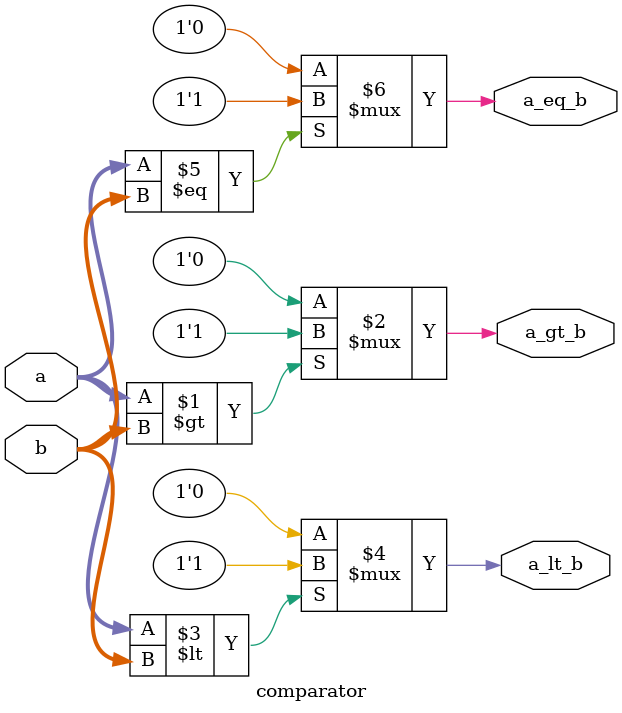
<source format=v>
`timescale 1ns / 1ps


module comparator(
    input [3:0] a,
    input [3:0] b,
    output a_gt_b,
    output a_lt_b,
    output a_eq_b
    );
    
    assign a_gt_b = (a > b) ? 1'b1: 1'b0;
    assign a_lt_b = (a < b) ? 1'b1: 1'b0;
    assign a_eq_b = (a == b) ? 1'b1: 1'b0;
endmodule

</source>
